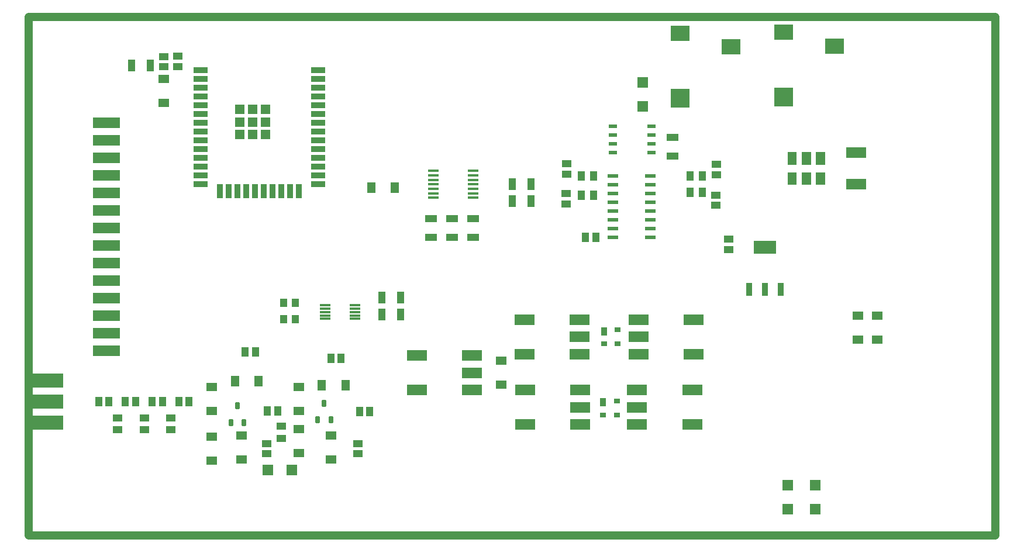
<source format=gtp>
G04 Layer_Color=8421504*
%FSLAX44Y44*%
%MOMM*%
G71*
G01*
G75*
%ADD10R,1.4200X1.1000*%
%ADD11R,1.5000X1.5000*%
%ADD12R,1.2500X1.5000*%
%ADD13R,1.5000X1.5000*%
G04:AMPARAMS|DCode=14|XSize=1.57mm|YSize=0.41mm|CornerRadius=0.0512mm|HoleSize=0mm|Usage=FLASHONLY|Rotation=180.000|XOffset=0mm|YOffset=0mm|HoleType=Round|Shape=RoundedRectangle|*
%AMROUNDEDRECTD14*
21,1,1.5700,0.3075,0,0,180.0*
21,1,1.4675,0.4100,0,0,180.0*
1,1,0.1025,-0.7338,0.1537*
1,1,0.1025,0.7338,0.1537*
1,1,0.1025,0.7338,-0.1537*
1,1,0.1025,-0.7338,-0.1537*
%
%ADD14ROUNDEDRECTD14*%
%ADD15R,1.4986X0.3302*%
%ADD16R,1.5000X1.2500*%
%ADD17R,1.4000X1.1000*%
%ADD19R,3.0000X1.6000*%
%ADD20R,2.0000X0.9000*%
%ADD21R,0.9000X2.0000*%
%ADD22R,1.3300X1.3300*%
%ADD23R,1.1000X1.4000*%
G04:AMPARAMS|DCode=24|XSize=1mm|YSize=0.65mm|CornerRadius=0.0813mm|HoleSize=0mm|Usage=FLASHONLY|Rotation=90.000|XOffset=0mm|YOffset=0mm|HoleType=Round|Shape=RoundedRectangle|*
%AMROUNDEDRECTD24*
21,1,1.0000,0.4875,0,0,90.0*
21,1,0.8375,0.6500,0,0,90.0*
1,1,0.1625,0.2437,0.4188*
1,1,0.1625,0.2437,-0.4188*
1,1,0.1625,-0.2437,-0.4188*
1,1,0.1625,-0.2437,0.4188*
%
%ADD24ROUNDEDRECTD24*%
%ADD25R,0.9000X0.8000*%
%ADD26R,0.9000X1.2000*%
%ADD27R,3.0000X1.5000*%
%ADD28R,1.6000X0.6000*%
%ADD29R,1.7000X1.1000*%
%ADD30R,1.1000X1.7000*%
%ADD31R,1.1000X1.4200*%
%ADD32R,1.2700X0.5000*%
%ADD33R,4.0000X1.6000*%
%ADD34R,3.1900X1.9100*%
%ADD35R,0.9000X1.9100*%
%ADD36R,1.0500X1.3000*%
%ADD37R,5.0000X2.0000*%
%ADD38R,5.0000X2.0000*%
%ADD39R,2.8000X2.8000*%
%ADD40R,2.8000X2.2000*%
%ADD49C,1.2000*%
G36*
X1414350Y950500D02*
X1401050D01*
Y968500D01*
X1414350D01*
Y950500D01*
D02*
G37*
G36*
X1393750D02*
X1380450D01*
Y968500D01*
X1393750D01*
Y950500D01*
D02*
G37*
G36*
X1373150D02*
X1359850D01*
Y968500D01*
X1373150D01*
Y950500D01*
D02*
G37*
G36*
X1414350Y979500D02*
X1401050D01*
Y997500D01*
X1414350D01*
Y979500D01*
D02*
G37*
G36*
X1393750D02*
X1380450D01*
Y997500D01*
X1393750D01*
Y979500D01*
D02*
G37*
G36*
X1373150D02*
X1359850D01*
Y997500D01*
X1373150D01*
Y979500D01*
D02*
G37*
D10*
X627000Y583150D02*
D03*
Y600850D02*
D03*
X390000Y595150D02*
D03*
Y612850D02*
D03*
X428500Y595150D02*
D03*
Y612850D02*
D03*
X467000Y595150D02*
D03*
Y612850D02*
D03*
D11*
X607500Y537000D02*
D03*
X642500D02*
D03*
D12*
X791500Y946000D02*
D03*
X757000D02*
D03*
X685750Y660000D02*
D03*
X720250D02*
D03*
X559750Y666000D02*
D03*
X594250D02*
D03*
D13*
X1150000Y1063500D02*
D03*
Y1098500D02*
D03*
X1400000Y515000D02*
D03*
Y480000D02*
D03*
X1360000Y515500D02*
D03*
Y480500D02*
D03*
D14*
X847300Y931500D02*
D03*
Y938000D02*
D03*
Y944500D02*
D03*
Y951000D02*
D03*
Y957500D02*
D03*
Y964000D02*
D03*
Y970500D02*
D03*
X904700D02*
D03*
Y964000D02*
D03*
Y957500D02*
D03*
Y951000D02*
D03*
Y944500D02*
D03*
Y938000D02*
D03*
Y931500D02*
D03*
D15*
X733844Y775906D02*
D03*
Y771080D02*
D03*
Y766000D02*
D03*
Y760920D02*
D03*
Y756094D02*
D03*
X690156D02*
D03*
Y760920D02*
D03*
Y766000D02*
D03*
Y771080D02*
D03*
Y775906D02*
D03*
D16*
X1462000Y725750D02*
D03*
Y760250D02*
D03*
X1490000Y725750D02*
D03*
Y760250D02*
D03*
X652000Y622750D02*
D03*
Y657250D02*
D03*
X699000Y552750D02*
D03*
Y587250D02*
D03*
X652000Y561750D02*
D03*
Y596250D02*
D03*
X945000Y695250D02*
D03*
Y660750D02*
D03*
X526000Y550750D02*
D03*
Y585250D02*
D03*
X569000Y552750D02*
D03*
Y587250D02*
D03*
X526000Y622750D02*
D03*
Y657250D02*
D03*
X457000Y1068750D02*
D03*
Y1103250D02*
D03*
D17*
X1257000Y965000D02*
D03*
Y980000D02*
D03*
X1256000Y935500D02*
D03*
Y920500D02*
D03*
X457000Y1136000D02*
D03*
Y1121000D02*
D03*
X1275000Y871500D02*
D03*
Y856500D02*
D03*
X477000Y1136500D02*
D03*
Y1121500D02*
D03*
X738000Y560500D02*
D03*
Y575500D02*
D03*
X606000Y560500D02*
D03*
Y575500D02*
D03*
X1039000Y937500D02*
D03*
Y922500D02*
D03*
X1040000Y965500D02*
D03*
Y980500D02*
D03*
D19*
X1458900Y951100D02*
D03*
Y996900D02*
D03*
D20*
X510350Y1116175D02*
D03*
Y1103475D02*
D03*
Y1090775D02*
D03*
Y1078075D02*
D03*
Y1065375D02*
D03*
Y1052675D02*
D03*
Y1039975D02*
D03*
Y1027275D02*
D03*
Y1014575D02*
D03*
Y1001875D02*
D03*
Y989175D02*
D03*
Y976475D02*
D03*
Y963775D02*
D03*
Y951075D02*
D03*
X680350D02*
D03*
Y963775D02*
D03*
Y976475D02*
D03*
Y989175D02*
D03*
Y1001875D02*
D03*
Y1014575D02*
D03*
Y1027275D02*
D03*
Y1039975D02*
D03*
Y1052675D02*
D03*
Y1065375D02*
D03*
Y1078075D02*
D03*
Y1090775D02*
D03*
Y1103475D02*
D03*
Y1116175D02*
D03*
D21*
X538200Y941075D02*
D03*
X550900D02*
D03*
X563600D02*
D03*
X576300D02*
D03*
X589000D02*
D03*
X601700D02*
D03*
X614400D02*
D03*
X627100D02*
D03*
X639800D02*
D03*
X652500D02*
D03*
D22*
X567000Y1059525D02*
D03*
X585350D02*
D03*
X603700D02*
D03*
X567000Y1041175D02*
D03*
X585350D02*
D03*
X603700D02*
D03*
X567000Y1022825D02*
D03*
X585350D02*
D03*
X603700D02*
D03*
D23*
X698500Y699000D02*
D03*
X713500D02*
D03*
X574500Y708000D02*
D03*
X589500D02*
D03*
X454832Y636000D02*
D03*
X439832D02*
D03*
X621500Y623000D02*
D03*
X606500D02*
D03*
X755000Y622000D02*
D03*
X740000D02*
D03*
X377495Y636000D02*
D03*
X362495D02*
D03*
X416164D02*
D03*
X401164D02*
D03*
X493500D02*
D03*
X478500D02*
D03*
X1082500Y874000D02*
D03*
X1067500D02*
D03*
D24*
X689000Y634000D02*
D03*
X698500Y610000D02*
D03*
X679500D02*
D03*
X563500Y630000D02*
D03*
X573000Y606000D02*
D03*
X554000D02*
D03*
D25*
X1114000Y720000D02*
D03*
X1094000D02*
D03*
X1114000Y740000D02*
D03*
X1113000Y617000D02*
D03*
X1093000D02*
D03*
X1113000Y637000D02*
D03*
D26*
X1094000Y738000D02*
D03*
X1093000Y635000D02*
D03*
D27*
X1142000Y603000D02*
D03*
Y628000D02*
D03*
Y653000D02*
D03*
X1222000D02*
D03*
Y603000D02*
D03*
X1144000Y705000D02*
D03*
Y730000D02*
D03*
Y755000D02*
D03*
X1224000D02*
D03*
Y705000D02*
D03*
X1059000Y755000D02*
D03*
Y730000D02*
D03*
Y705000D02*
D03*
X979000D02*
D03*
Y755000D02*
D03*
X1060000Y653000D02*
D03*
Y628000D02*
D03*
Y603000D02*
D03*
X980000D02*
D03*
Y653000D02*
D03*
X903000Y703000D02*
D03*
Y678000D02*
D03*
Y653000D02*
D03*
X823000D02*
D03*
Y703000D02*
D03*
D28*
X1107000Y962800D02*
D03*
Y950100D02*
D03*
Y937400D02*
D03*
Y924700D02*
D03*
Y912000D02*
D03*
Y899300D02*
D03*
Y886600D02*
D03*
Y873900D02*
D03*
X1161000D02*
D03*
Y886600D02*
D03*
Y899300D02*
D03*
Y912000D02*
D03*
Y924700D02*
D03*
Y937400D02*
D03*
Y950100D02*
D03*
Y962800D02*
D03*
D29*
X874000Y901500D02*
D03*
Y874500D02*
D03*
X844000Y901500D02*
D03*
Y874500D02*
D03*
X905000D02*
D03*
Y901500D02*
D03*
X1193000Y1018500D02*
D03*
Y991500D02*
D03*
D30*
X988500Y951000D02*
D03*
X961500D02*
D03*
X410500Y1123000D02*
D03*
X437500D02*
D03*
X988500Y927000D02*
D03*
X961500D02*
D03*
X772500Y787000D02*
D03*
X799500D02*
D03*
X772500Y762000D02*
D03*
X799500D02*
D03*
D31*
X1219148Y963003D02*
D03*
X1236848D02*
D03*
X1219150Y939000D02*
D03*
X1236850D02*
D03*
X1061150Y935000D02*
D03*
X1078850D02*
D03*
X1061300Y963000D02*
D03*
X1079000D02*
D03*
D32*
X1107000Y1035050D02*
D03*
Y1022350D02*
D03*
Y1009650D02*
D03*
Y996950D02*
D03*
X1163000D02*
D03*
Y1009650D02*
D03*
Y1022350D02*
D03*
Y1035050D02*
D03*
D33*
X373380Y710250D02*
D03*
Y735650D02*
D03*
Y761050D02*
D03*
Y786450D02*
D03*
Y811850D02*
D03*
Y837250D02*
D03*
Y862650D02*
D03*
Y888050D02*
D03*
Y913450D02*
D03*
Y938850D02*
D03*
Y964250D02*
D03*
Y989650D02*
D03*
Y1015050D02*
D03*
Y1040450D02*
D03*
D34*
X1327000Y859500D02*
D03*
D35*
X1350000Y798500D02*
D03*
X1327000D02*
D03*
X1304000D02*
D03*
D36*
X630000Y779000D02*
D03*
Y756000D02*
D03*
X647500D02*
D03*
Y779000D02*
D03*
D37*
X287000Y636000D02*
D03*
D38*
Y667000D02*
D03*
Y606000D02*
D03*
D39*
X1204000Y1076000D02*
D03*
X1354000Y1077000D02*
D03*
D40*
X1204000Y1170000D02*
D03*
X1278000Y1150000D02*
D03*
X1354000Y1171000D02*
D03*
X1428000Y1151000D02*
D03*
D49*
X261000Y442000D02*
X261000Y1193000D01*
X1661000Y1193000D01*
X1661000Y442000D02*
X1661000Y1193000D01*
X261000Y442000D02*
X1661000Y442000D01*
M02*

</source>
